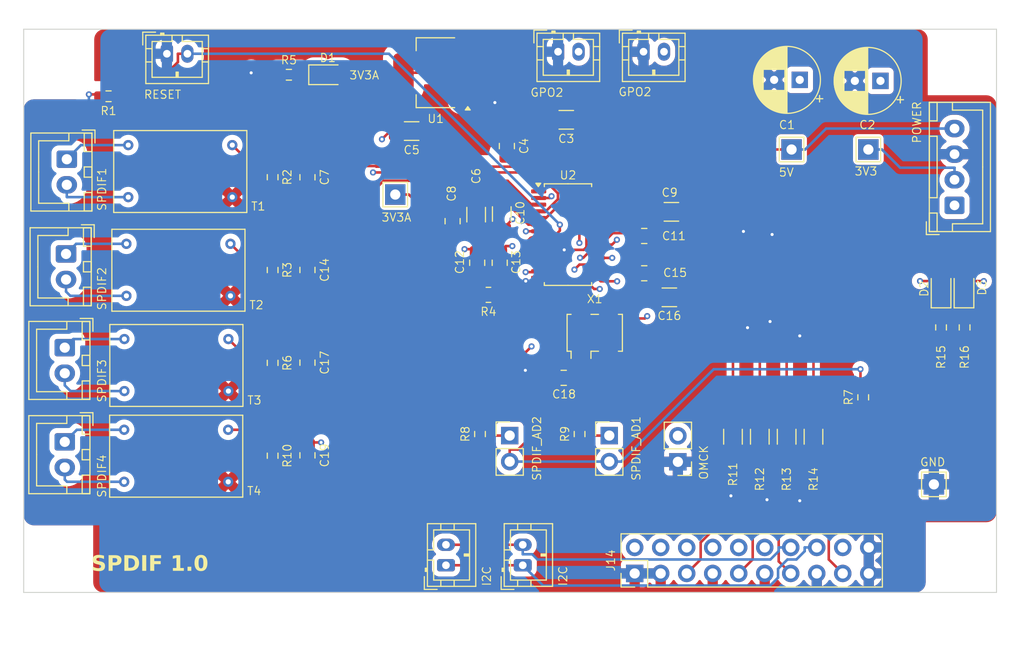
<source format=kicad_pcb>
(kicad_pcb (version 20240108) (generator "pcbnew") (generator_version "8.0")
  (layers (0 "F.Cu" signal) (1 "In1.Cu" mixed) (2 "In2.Cu" signal) (31 "B.Cu" mixed) (34 "B.Paste" user) (35 "F.Paste" user) (36 "B.SilkS" user "B.Silkscreen") (37 "F.SilkS" user "F.Silkscreen") (38 "B.Mask" user) (39 "F.Mask" user) (44 "Edge.Cuts" user))
  (net 0 "")
  (net 1 "AGND")
  (net 2 "GND")
  (net 3 "I2S_DATA")
  (net 4 "I2S_LRCLK")
  (net 5 "I2S_BCLK")
  (net 6 "I2S_SCLK")
  (net 7 "SCL")
  (net 8 "SDA")
  (net 9 "3V3")
  (net 10 "SPDIF3_IN")
  (net 11 "SPDIF3_GND")
  (net 12 "3V3A")
  (net 13 "RESET")
  (net 14 "SPDIF1_IN")
  (net 15 "SPDIF1_GND")
  (net 16 "SPDIF2_IN")
  (net 17 "SPDIF2_GND")
  (net 18 "5V")
  (net 19 "GPO0")
  (net 20 "OMCK")
  (net 21 "GPO1")
  (net 22 "FILT")
  (net 23 "Net-(U2-RXN)")
  (net 24 "Net-(C12-Pad2)")
  (net 25 "Net-(D1-K)")
  (net 27 "Net-(J8-Pin_1)")
  (net 28 "Net-(J9-Pin_1)")
  (net 34 "Net-(U2-SDOUT)")
  (net 35 "Net-(U2-RMCK)")
  (net 36 "SPDIF_1")
  (net 37 "Net-(T1-SB)")
  (net 38 "SPDIF4_GND")
  (net 39 "SPDIF4_IN")
  (net 40 "SPDIF_2")
  (net 41 "SPDIF_3")
  (net 42 "SPDIF_4")
  (net 43 "Net-(T2-SB)")
  (net 44 "Net-(T3-SB)")
  (net 45 "Net-(T4-SB)")
  (net 46 "Net-(U2-OSCLK)")
  (net 47 "Net-(U2-OLRCK)")
  (net 48 "Net-(D2-K)")
  (net 49 "Net-(D3-K)")
  (footprint "LED_SMD:LED_0805_2012Metric_Pad1.15x1.40mm_HandSolder" (layer "F.Cu") (at 142.6 136.1 90)
    (property "Reference" "D2")
    (property "Value" "BLUE")
  )
  (footprint "Resistor_SMD:R_0603_1608Metric_Pad0.98x0.95mm_HandSolder" (layer "F.Cu") (at 78.9125 115.2)
    (property "Reference" "R5")
    (property "Value" "75R")
  )
  (footprint "Connector_PinHeader_2.54mm:PinHeader_2x10_P2.54mm_Vertical" (layer "F.Cu") (at 112.68 163.9 90)
    (property "Reference" "J14")
    (property "Value" "Conn_02x10_Odd_Even")
  )
  (footprint "Capacitor_SMD:C_1206_3216Metric_Pad1.33x1.80mm_HandSolder" (layer "F.Cu") (at 116.0675 136.9367 180)
    (property "Reference" "C16")
    (property "Value" "10u")
  )
  (footprint "TestPoint:TestPoint_THTPad_2.0x2.0mm_Drill1.0mm" (layer "F.Cu") (at 135.5 122.5)
    (property "Reference" "TP3" (hide yes))
    (property "Value" "TestPoint")
  )
  (footprint "Package_TO_SOT_SMD:SOT-223-3_TabPin2" (layer "F.Cu") (at 93.25 115 180)
    (property "Reference" "U1")
    (property "Value" "ZLDO1117QG33TA")
  )
  (footprint "Connector_PinHeader_2.54mm:PinHeader_1x02_P2.54mm_Vertical" (layer "F.Cu") (at 116.9 153 180)
    (property "Reference" "J11" (hide yes))
    (property "Value" "Conn_01x02_Pin")
  )
  (footprint "TestPoint:TestPoint_THTPad_2.0x2.0mm_Drill1.0mm" (layer "F.Cu") (at 89.3 126.9)
    (property "Reference" "TP1" (hide yes))
    (property "Value" "TestPoint")
  )
  (footprint "Capacitor_SMD:C_1206_3216Metric_Pad1.33x1.80mm_HandSolder" (layer "F.Cu") (at 116.2675 128.5863 180)
    (property "Reference" "C9")
    (property "Value" "10u")
  )
  (footprint "Connector_JST:JST_XH_B2B-XH-A_1x02_P2.50mm_Vertical" (layer "F.Cu") (at 57.025 141.85 -90)
    (property "Reference" "J7" (hide yes))
    (property "Value" "Conn_01x02_Pin")
  )
  (footprint "Capacitor_SMD:C_0805_2012Metric_Pad1.18x1.45mm_HandSolder" (layer "F.Cu") (at 80.725 143.3154 -90)
    (property "Reference" "C17")
    (property "Value" "0.01u")
  )
  (footprint "Custom:DA101C" (layer "F.Cu") (at 67.925 143.55)
    (property "Reference" "T3")
    (property "Value" "DA101C")
  )
  (footprint "Custom:DA101C" (layer "F.Cu") (at 68.305 124.61)
    (property "Reference" "T1")
    (property "Value" "DA101C")
  )
  (footprint "Connector_JST:JST_XH_B2B-XH-A_1x02_P2.50mm_Vertical" (layer "F.Cu") (at 57.025 151.05 -90)
    (property "Reference" "J10" (hide yes))
    (property "Value" "Conn_01x02_Pin")
  )
  (footprint "Capacitor_SMD:C_0805_2012Metric_Pad1.18x1.45mm_HandSolder" (layer "F.Cu") (at 80.725 152.3668 -90)
    (property "Reference" "C19")
    (property "Value" "0.01u")
  )
  (footprint "Connector_JST:JST_XH_B4B-XH-A_1x04_P2.50mm_Vertical" (layer "F.Cu") (at 143.9137 127.955 90)
    (property "Reference" "J4" (hide yes))
    (property "Value" "CHANSEL" (hide yes))
  )
  (footprint "Package_SO:TSSOP-28_4.4x9.7mm_P0.65mm" (layer "F.Cu") (at 106.1675 130.8113)
    (property "Reference" "U2")
    (property "Value" "CS8416-xZZ")
  )
  (footprint "Resistor_SMD:R_0603_1608Metric_Pad0.98x0.95mm_HandSolder" (layer "F.Cu") (at 97.575 150.2875 90)
    (property "Reference" "R8")
    (property "Value" "47K")
  )
  (footprint "Capacitor_SMD:C_1206_3216Metric_Pad1.33x1.80mm_HandSolder" (layer "F.Cu") (at 106 119.6 180)
    (property "Reference" "C3")
    (property "Value" "10u")
  )
  (footprint "Capacitor_SMD:C_0805_2012Metric_Pad1.18x1.45mm_HandSolder" (layer "F.Cu") (at 97.3 133.5625 -90)
    (property "Reference" "C12")
    (property "Value" "22n C0G")
  )
  (footprint "Resistor_SMD:R_1206_3216Metric_Pad1.30x1.75mm_HandSolder" (layer "F.Cu") (at 122.2792 150.55 -90)
    (property "Reference" "R11")
    (property "Value" "22R")
  )
  (footprint "Resistor_SMD:R_0603_1608Metric_Pad0.98x0.95mm_HandSolder" (layer "F.Cu") (at 135 146.7 90)
    (property "Reference" "R7")
    (property "Value" "47K")
  )
  (footprint "Resistor_SMD:R_1206_3216Metric_Pad1.30x1.75mm_HandSolder" (layer "F.Cu") (at 127.5208 150.55 -90)
    (property "Reference" "R13")
    (property "Value" "22R")
  )
  (footprint "Capacitor_SMD:C_0805_2012Metric_Pad1.18x1.45mm_HandSolder" (layer "F.Cu") (at 94.9 129.5 90)
    (property "Reference" "C8")
    (property "Value" "1n")
  )
  (footprint "Custom:DA101C" (layer "F.Cu") (at 67.905 152.41)
    (property "Reference" "T4")
    (property "Value" "DA101C")
  )
  (footprint "Resistor_SMD:R_0603_1608Metric_Pad0.98x0.95mm_HandSolder" (layer "F.Cu") (at 61.3 117.3 180)
    (property "Reference" "R1")
    (property "Value" "4.7K")
  )
  (footprint "Resistor_SMD:R_0603_1608Metric_Pad0.98x0.95mm_HandSolder" (layer "F.Cu") (at 77.325 134.2708 -90)
    (property "Reference" "R3")
    (property "Value" "75R")
  )
  (footprint "Connector_JST:JST_XH_B2B-XH-A_1x02_P2.50mm_Vertical" (layer "F.Cu") (at 57.225 123.45 -90)
    (property "Reference" "J5" (hide yes))
    (property "Value" "Conn_01x02_Pin" (hide yes))
  )
  (footprint "MountingHole:MountingHole_3.2mm_M3" (layer "F.Cu") (at 145.5137 113.255)
    (property "Reference" "H2" (hide yes))
    (property "Value" "MountingHole" (hide yes))
  )
  (footprint "Connector_JST:JST_XH_B2B-XH-A_1x02_P2.50mm_Vertical" (layer "F.Cu") (at 57.15 132.7 -90)
    (property "Reference" "J6" (hide yes))
    (property "Value" "Conn_01x02_Pin")
  )
  (footprint "TestPoint:TestPoint_THTPad_2.0x2.0mm_Drill1.0mm" (layer "F.Cu") (at 141.9 155.2)
    (property "Reference" "TP4" (hide yes))
    (property "Value" "TestPoint")
  )
  (footprint "Connector_PinHeader_2.54mm:PinHeader_1x02_P2.54mm_Vertical" (layer "F.Cu") (at 100.475 150.4375)
    (property "Reference" "J8" (hide yes))
    (property "Value" "Conn_01x02_Pin")
  )
  (footprint "Resistor_SMD:R_0603_1608Metric_Pad0.98x0.95mm_HandSolder" (layer "F.Cu") (at 77.325 152.4042 -90)
    (property "Reference" "R10")
    (property "Value" "75R")
  )
  (footprint "Resistor_SMD:R_0603_1608Metric_Pad0.98x0.95mm_HandSolder" (layer "F.Cu") (at 144.9 139.875 90)
    (property "Reference" "R16")
    (property "Value" "325R")
  )
  (footprint "Resistor_SMD:R_0603_1608Metric_Pad0.98x0.95mm_HandSolder" (layer "F.Cu") (at 107.3 150.2875 90)
    (property "Reference" "R9")
    (property "Value" "47K")
  )
  (footprint "Capacitor_SMD:C_1206_3216Metric_Pad1.33x1.80mm_HandSolder" (layer "F.Cu") (at 90.9 120.7 180)
    (property "Reference" "C5")
    (property "Value" "10u")
  )
  (footprint "Resistor_SMD:R_1206_3216Metric_Pad1.30x1.75mm_HandSolder" (layer "F.Cu") (at 124.9 150.55 -90)
    (property "Reference" "R12")
    (property "Value" "22R")
  )
  (footprint "Capacitor_SMD:C_1206_3216Metric_Pad1.33x1.80mm_HandSolder" (layer "F.Cu") (at 97.2 128.8625 -90)
    (property "Reference" "C6")
    (property "Value" "10u")
  )
  (footprint "Connector_JST:JST_PH_B2B-PH-K_1x02_P2.00mm_Vertical" (layer "F.Cu") (at 94.25 163.1 90)
    (property "Reference" "J12" (hide yes))
    (property "Value" "Conn_01x02_Male")
  )
  (footprint "Resistor_SMD:R_0603_1608Metric_Pad0.98x0.95mm_HandSolder" (layer "F.Cu") (at 77.325 143.3375 -90)
    (property "Reference" "R6")
    (property "Value" "75R")
  )
  (footprint "Capacitor_SMD:C_0805_2012Metric" (layer "F.Cu") (at 113.6131 134.5863 180)
    (property "Reference" "C15")
    (property "Value" "0.01u")
  )
  (footprint "Capacitor_SMD:C_0805_2012Metric_Pad1.18x1.45mm_HandSolder" (layer "F.Cu") (at 80.725 125.2125 -90)
    (property "Reference" "C7")
    (property "Value" "0.01u")
  )
  (footprint "LED_SMD:LED_0805_2012Metric_Pad1.15x1.40mm_HandSolder" (layer "F.Cu") (at 144.84 136.1 90)
    (property "Reference" "D3")
    (property "Value" "YELLOW")
  )
  (footprint "Capacitor_SMD:C_0805_2012Metric" (layer "F.Cu") (at 113.6131 130.9454 180)
    (property "Reference" "C11")
    (property "Value" "0.01u")
  )
  (footprint "Capacitor_SMD:C_0805_2012Metric_Pad1.18x1.45mm_HandSolder" (layer "F.Cu") (at 99.5 133.5625 -90)
    (property "Reference" "C13")
    (property "Value" "1n C0G")
  )
  (footprint "Resistor_SMD:R_0603_1608Metric_Pad0.98x0.95mm_HandSolder" (layer "F.Cu") (at 142.6 139.875 90)
    (property "Reference" "R15")
    (property "Value" "500R")
  )
  (footprint "Connector_PinHeader_2.54mm:PinHeader_1x02_P2.54mm_Vertical" (layer "F.Cu") (at 110.2 150.4375)
    (property "Reference" "J9" (hide yes))
    (property "Value" "Conn_01x02_Pin")
  )
  (footprint "Resistor_SMD:R_0805_2012Metric_Pad1.20x1.40mm_HandSolder" (layer "F.Cu") (at 98.4 136.695 180)
    (property "Reference" "R4")
    (property "Value" "3K")
  )
  (footprint "Capacitor_SMD:C_0805_2012Metric_Pad1.18x1.45mm_HandSolder" (layer "F.Cu") (at 100.2 122.1625 -90)
    (property "Reference" "C4")
    (property "Value" "0.01u")
  )
  (footprint "Resistor_SMD:R_1206_3216Metric_Pad1.30x1.75mm_HandSolder" (layer "F.Cu") (at 130.1417 150.55 -90)
    (property "Reference" "R14")
    (property "Value" "22R")
  )
  (footprint "Capacitor_SMD:C_0805_2012Metric_Pad1.18x1.45mm_HandSolder" (layer "F.Cu") (at 80.725 134.2639 -90)
    (property "Reference" "C14")
    (property "Value" "0.01u")
  )
  (footprint "TestPoint:TestPoint_THTPad_2.0x2.0mm_Drill1.0mm" (layer "F.Cu") (at 128 122.5)
    (property "Reference" "TP2" (hide yes))
    (property "Value" "TestPoint")
  )
  (footprint "Capacitor_SMD:C_1206_3216Metric_Pad1.33x1.80mm_HandSolder" (layer "F.Cu") (at 99.7 128.8 90)
    (property "Reference" "C10")
    (property "Value" "0.01u")
  )
  (footprint "Capacitor_THT:CP_Radial_D6.3mm_P2.50mm" (layer "F.Cu") (at 136.6824 115.8 180)
    (property "Reference" "C2")
    (property "Value" "220u")
  )
  (footprint "LED_SMD:LED_0805_2012Metric_Pad1.15x1.40mm_HandSolder" (layer "F.Cu") (at 82.7125 115.2)
    (property "Reference" "D1")
    (property "Value" "BLUE")
  )
  (footprint "Connector_JST:JST_PH_B2B-PH-K_1x02_P2.00mm_Vertical" (layer "F.Cu") (at 105.2 112.95)
    (property "Reference" "J1" (hide yes))
    (property "Value" "Conn_01x02_Male")
  )
  (footprint "Connector_JST:JST_PH_B2B-PH-K_1x02_P2.00mm_Vertical" (layer "F.Cu") (at 67 113.15)
    (property "Reference" "J3" (hide yes))
    (property "Value" "Conn_01x02_Male")
  )
  (footprint "Capacitor_THT:CP_Radial_D6.3mm_P2.50mm" (layer "F.Cu") (at 128.8 115.7 180)
    (property "Reference" "C1")
    (property "Value" "220u")
  )
  (footprint "Oscillator:Oscillator_SMD_EuroQuartz_XO53-4Pin_5.0x3.2mm_HandSoldering" (layer "F.Cu") (at 108.78 140.4)
    (property "Reference" "X1")
    (property "Value" "DFA-S3")
  )
  (footprint "Capacitor_SMD:C_0805_2012Metric" (layer "F.Cu") (at 105.75 144.8 180)
    (property "Reference" "C18")
    (property "Value" "0.01u")
  )
  (footprint "Resistor_SMD:R_0603_1608Metric_Pad0.98x0.95mm_HandSolder" (layer "F.Cu") (at 77.325 125.2042 -90)
    (property "Reference" "R2")
    (property "Value" "75R")
  )
  (footprint "MountingHole:MountingHole_3.2mm_M3" (layer "F.Cu") (at 55.5137 113.255)
    (property "Reference" "H1" (hide yes))
    (property "Value" "MountingHole" (hide yes))
  )
  (footprint "Custom:DA101C" (layer "F.Cu") (at 68.125 134.25)
    (property "Reference" "T2")
    (property "Value" "DA101C")
  )
  (footprint "Connector_JST:JST_PH_B2B-PH-K_1x02_P2.00mm_Vertical" (layer "F.Cu") (at 101.75 163.1 90)
    (property "Reference" "J13" (hide yes))
    (property "Value" "Conn_01x02_Male" (hide yes))
  )
  (footprint "Connector_JST:JST_PH_B2B-PH-K_1x02_P2.00mm_Vertical" (layer "F.Cu") (at 113.5432 112.95)
    (property "Reference" "J2" (hide yes))
    (property "Value" "Conn_01x02_Male")
  )
  (footprint "MountingHole:MountingHole_3.2mm_M3" (layer "F.Cu") (at 145.5137 163.255)
    (property "Reference" "H4" (hide yes))
    (property "Value" "MountingHole" (hide yes))
  )
  (footprint "MountingHole:MountingHole_3.2mm_M3" (layer "F.Cu") (at 55.5137 163.255)
    (property "Reference" "H3" (hide yes))
    (property "Value" "MountingHole" (hide yes))
  )
  (gr_line (start 53.013748 110.755) (end 148.013748 110.755) (stroke (width 0.1)) (layer "Edge.Cuts"))
  (gr_line (start 148.013748 110.755) (end 148.013748 165.755) (stroke (width 0.1)) (layer "Edge.Cuts"))
  (gr_line (start 53.013748 165.755) (end 148.013748 165.755) (stroke (width 0.1)) (layer "Edge.Cuts"))
  (gr_line (start 53.013748 165.755) (end 53.013748 110.755) (stroke (width 0.1)) (layer "Edge.Cuts"))
  (gr_text "SPDIF3\n" (at 61.125 147.25 90) (layer "F.SilkS") (effects (font (size 0.8 0.8) (thickness 0.1) (bold yes)) (justify left bottom)))
  (gr_text "SPDIF_AD2" (at 103.6 154.9 90) (layer "F.SilkS") (effects (font (size 0.8 0.8) (thickness 0.1) (bold yes)) (justify left bottom)))
  (gr_text "GPO2\n" (at 111.043152 117.35 0) (layer "F.SilkS") (effects (font (size 0.8 0.8) (thickness 0.1) (bold yes)) (justify left bottom)))
  (gr_text "SPDIF1" (at 61.125 128.55 90) (layer "F.SilkS") (effects (font (size 0.8 0.8) (thickness 0.1) (bold yes)) (justify left bottom)))
  (gr_text "GPO2" (at 102.443152 117.405 0) (layer "F.SilkS") (effects (font (size 0.8 0.8) (thickness 0.1) (bold yes)) (justify left bottom)))
  (gr_text "SPDIF_AD1" (at 113.3 154.9 90) (layer "F.SilkS") (effects (font (size 0.8 0.8) (thickness 0.1) (bold yes)) (justify left bottom)))
  (gr_text "GND" (at 140.5 153.5 0) (layer "F.SilkS") (effects (font (size 0.8 0.8) (thickness 0.1) (bold yes)) (justify left bottom)))
  (gr_text "3V3A" (at 84.7575 115.715 0) (layer "F.SilkS") (effects (font (size 0.8 0.8) (thickness 0.1) (bold yes)) (justify left bottom)))
  (gr_text "RESET" (at 64.7 117.605 0) (layer "F.SilkS") (effects (font (size 0.8 0.8) (thickness 0.1) (bold yes)) (justify left bottom)))
  (gr_text "SPDIF4\n" (at 61.125 156.55 90) (layer "F.SilkS") (effects (font (size 0.8 0.8) (thickness 0.1) (bold yes)) (justify left bottom)))
  (gr_text "SPDIF 1.0" (at 59.6 163.9 0) (layer "F.SilkS") (effects (font (size 1.5 1.5) (thickness 0.3) (bold yes)) (justify left bottom)))
  (gr_text "OMCK" (at 119.9 154.8 90) (layer "F.SilkS") (effects (font (size 0.8 0.8) (thickness 0.1) (bold yes)) (justify left bottom)))
  (gr_text "3V3A" (at 87.9 129.6 0) (layer "F.SilkS") (effects (font (size 0.8 0.8) (thickness 0.1) (bold yes)) (justify left bottom)))
  (gr_text "5V\n" (at 126.7 125.2 0) (layer "F.SilkS") (effects (font (size 0.8 0.8) (thickness 0.1) (bold yes)) (justify left bottom)))
  (gr_text "SPDIF2" (at 61.125 138.25 90) (layer "F.SilkS") (effects (font (size 0.8 0.8) (thickness 0.1) (bold yes)) (justify left bottom)))
  (gr_text "POWER" (at 140.713748 121.955 90) (layer "F.SilkS") (effects (font (size 0.8 0.8) (thickness 0.1) (bold yes)) (justify left bottom)))
  (gr_text "I2C" (at 106.15 165.2 90) (layer "F.SilkS") (effects (font (size 0.8 0.8) (thickness 0.1) (bold yes)) (justify left bottom)))
  (gr_text "3V3\n" (at 134.1 125.1 0) (layer "F.SilkS") (effects (font (size 0.8 0.8) (thickness 0.1) (bold yes)) (justify left bottom)))
  (gr_text "I2C" (at 98.7 165.2 90) (layer "F.SilkS") (effects (font (size 0.8 0.8) (thickness 0.1) (bold yes)) (justify left bottom)))
  (segment (start 94.9 130.5375) (end 97.0875 130.5375) (width 0.25) (layer "F.Cu") (net 1))
  (segment (start 103.305 132.4363) (end 103.305 133.0863) (width 0.25) (layer "F.Cu") (net 1))
  (segment (start 91.3056 130.2255) (end 94.588 130.2255) (width 0.25) (layer "F.Cu") (net 1))
  (segment (start 100.0939 131.9311) (end 99.5 132.525) (width 0.25) (layer "F.Cu") (net 1))
  (segment (start 102.0573 130.4863) (end 103.305 130.4863) (width 0.25) (layer "F.Cu") (net 1))
  (segment (start 99.7 130.3625) (end 100.7646 129.2979) (width 0.25) (layer "F.Cu") (net 1))
  (segment (start 96.0632 132.2305) (end 97.0055 132.2305) (width 0.25) (layer "F.Cu") (net 1))
  (segment (start 97.0875 130.5375) (end 97.2 130.425) (width 0.25) (layer "F.Cu") (net 1))
  (segment (start 97.0055 132.2305) (end 97.3 132.525) (width 0.25) (layer "F.Cu") (net 1))
  (segment (start 103.2183 134.473) (end 103.305 134.3863) (width 0.25) (layer "F.Cu") (net 1))
  (segment (start 102.0311 134.473) (end 103.2183 134.473) (width 0.25) (layer "F.Cu") (net 1))
  (segment (start 100.7307 131.9311) (end 100.0939 131.9311) (width 0.25) (layer "F.Cu") (net 1))
  (segment (start 94.588 130.2255) (end 94.9 130.5375) (width 0.25) (layer "F.Cu") (net 1))
  (segment (start 103.305 133.7363) (end 103.305 134.3863) (width 0.25) (layer "F.Cu") (net 1))
  (segment (start 103.305 133.0863) (end 103.305 133.7363) (width 0.25) (layer "F.Cu") (net 1))
  (via (at 102.0311 134.473) (size 0.6) (drill 0.3) (layers "F.Cu" "B.Cu") (net 1))
  (via (at 102.0573 130.4863) (size 0.6) (drill 0.3) (layers "F.Cu" "B.Cu") (net 1))
  (via (at 100.7646 129.2979) (size 0.6) (drill 0.3) (layers "F.Cu" "B.Cu") (net 1))
  (via (at 100.7307 131.9311) (size 0.6) (drill 0.3) (layers "F.Cu" "B.Cu") (net 1))
  (via (at 96.0632 132.2305) (size 0.6) (drill 0.3) (layers "F.Cu" "B.Cu") (net 1))
  (segment (start 102.0029 144.0652) (end 104.0652 144.0652) (width 0.25) (layer "F.Cu") (net 2))
  (segment (start 109.03 130.4863) (end 108.292501 130.4863) (width 0.25) (layer "F.Cu") (net 2))
  (segment (start 75.227 115.0122) (end 77.8122 115.0122) (width 0.25) (layer "F.Cu") (net 2))
  (segment (start 77.8122 115.0122) (end 78 115.2) (width 0.25) (layer "F.Cu") (net 2))
  (segment (start 102.0399 135.3493) (end 102.992 135.3493) (width 0.25) (layer "F.Cu") (net 2))
  (segment (start 107.9675 130.811301) (end 107.9675 132.0325) (width 0.25) (layer "F.Cu") (net 2))
  (segment (start 97.0175 117.9175) (end 96.4 117.3) (width 0.25) (layer "F.Cu") (net 2))
  (segment (start 107.7 132.3) (end 105.8 132.3) (width 0.25) (layer "F.Cu") (net 2))
  (segment (start 59.3815 117.1204) (end 60.2079 117.1204) (width 0.25) (layer "F.Cu") (net 2))
  (segment (start 99.0278 117.9175) (end 97.0175 117.9175) (width 0.25) (layer "F.Cu") (net 2))
  (segment (start 102.992 135.3493) (end 103.305 135.0363) (width 0.25) (layer "F.Cu") (net 2))
  (segment (start 108.292501 130.4863) (end 107.9675 130.811301) (width 0.25) (layer "F.Cu") (net 2))
  (segment (start 60.2079 117.1204) (end 60.3875 117.3) (width 0.25) (layer "F.Cu") (net 2))
  (segment (start 107.9675 132.0325) (end 107.7 132.3) (width 0.25) (layer "F.Cu") (net 2))
  (segment (start 104.0652 144.0652) (end 104.8 144.8) (width 0.25) (layer "F.Cu") (net 2))
  (via (at 123.7 139.9) (size 0.6) (drill 0.3) (layers "F.Cu" "B.Cu") (net 2))
  (via (at 99.0278 117.9175) (size 0.6) (drill 0.3) (layers "F.Cu" "B.Cu") (net 2))
  (via (at 75.227 115.0122) (size 0.6) (drill 0.3) (layers "F.Cu" "B.Cu") (net 2))
  (via (at 59.3815 117.1204) (size 0.6) (drill 0.3) (layers "F.Cu" "B.Cu") (net 2))
  (via (at 105.8 132.3) (size 0.6) (drill 0.3) (layers "F.Cu" "B.Cu") (net 2))
  (via (at 123.3 130.5) (size 0.6) (drill 0.3) (layers "F.Cu" "B.Cu") (net 2))
  (via (at 125.6 156.7) (size 0.6) (drill 0.3) (layers "F.Cu" "B.Cu") (net 2))
  (via (at 122.077 156.321) (size 0.6) (drill 0.3) (layers "F.Cu" "B.Cu") (net 2))
  (via (at 102.0029 144.0652) (size 0.6) (drill 0.3) (layers "F.Cu" "B.Cu") (net 2))
  (via (at 128.8 156.8) (size 0.6) (drill 0.3) (layers "F.Cu" "B.Cu") (net 2))
  (via (at 102.0399 135.3493) (size 0.6) (drill 0.3) (layers "F.Cu" "B.Cu") (net 2))
  (via (at 128.8 140.7) (size 0.6) (drill 0.3) (layers "F.Cu" "B.Cu") (net 2))
  (via (at 126.1 130.8) (size 0.6) (drill 0.3) (layers "F.Cu" "B.Cu") (net 2))
  (via (at 125.9 139.3) (size 0.6) (drill 0.3) (layers "F.Cu" "B.Cu") (net 2))
  (segment (start 59.3815 118.3535) (end 59.3815 117.1204) (width 0.25) (layer "B.Cu") (net 2))
  (segment (start 130.142 152.1) (end 130.8885 152.8465) (width 0.25) (layer "F.Cu") (net 3))
  (segment (start 130.8882 152.8465) (end 130.1417 152.1) (width 0.25) (layer "F.Cu") (net 3))
  (segment (start 130.8885 152.8465) (end 131.635 153.593) (width 0.25) (layer "F.Cu") (net 3))
  (segment (start 130.8885 152.8465) (end 130.8882 152.8465) (width 0.25) (layer "F.Cu") (net 3))
  (segment (start 131.635 162.535) (end 133 163.9) (width 0.25) (layer "F.Cu") (net 3))
  (segment (start 131.635 153.593) (end 131.635 162.535) (width 0.25) (layer "F.Cu") (net 3))
  (segment (start 126.745 152.876) (end 126.745 162.725) (width 0.25) (layer "F.Cu") (net 4))
  (segment (start 127.5208 152.1002) (end 127.5208 152.1) (width 0.25) (layer "F.Cu") (net 4))
  (segment (start 126.745 162.725) (end 127.92 163.9) (width 0.25) (layer "F.Cu") (net 4))
  (segment (start 127.5208 152.1002) (end 126.745 152.876) (width 0.25) (layer "F.Cu") (net 4))
  (segment (start 127.521 152.1) (end 127.5208 152.1002) (width 0.25) (layer "F.Cu") (net 4))
  (segment (start 124.9 152.1) (end 124.205 152.795) (width 0.25) (layer "F.Cu") (net 5))
  (segment (start 124.205 152.795) (end 124.205 162.535) (width 0.25) (layer "F.Cu") (net 5))
  (segment (start 124.205 162.535) (end 122.84 163.9) (width 0.25) (layer "F.Cu") (net 5))
  (segment (start 121.5895 152.7895) (end 120.9 153.479) (width 0.25) (layer "F.Cu") (net 6))
  (segment (start 121.5895 152.7895) (end 121.5897 152.7895) (width 0.25) (layer "F.Cu") (net 6))
  (segment (start 119.125 160.873) (end 119.125 162.535) (width 0.25) (layer "F.Cu") (net 6))
  (segment (start 120.9 153.479) (end 120.9 159.098) (width 0.25) (layer "F.Cu") (net 6))
  (segment (start 122.279 152.1) (end 121.5895 152.7895) (width 0.25) (layer "F.Cu") (net 6))
  (segment (start 121.5897 152.7895) (end 122.2792 152.1) (width 0.25) (layer "F.Cu") (net 6))
  (segment (start 120.9 159.098) (end 119.125 160.873) (width 0.25) (layer "F.Cu") (net 6))
  (segment (start 119.125 162.535) (end 117.76 163.9) (width 0.25) (layer "F.Cu") (net 6))
  (segment (start 108.7185 136.1207) (end 109.2655 136.1207) (width 0.25) (layer "F.Cu") (net 7))
  (segment (start 107.9654 135.3676) (end 108.7185 136.1207) (width 0.25) (layer "F.Cu") (net 7))
  (segment (start 109.03 134.3863) (end 108.312 134.3863) (width 0.25) (layer "F.Cu") (net 7))
  (segment (start 107.9654 134.7329) (end 107.9654 135.3676) (width 0.25) (layer "F.Cu") (net 7))
  (segment (start 101.75 163.1) (end 94.25 163.1) (width 0.25) (layer "F.Cu") (net 7))
  (segment (start 108.312 134.3863) (end 107.9654 134.7329) (width 0.25) (layer "F.Cu") (net 7))
  (via (at 109.2655 136.1207) (size 0.6) (drill 0.3) (layers "F.Cu" "B.Cu") (net 7))
  (segment (start 127.5989 162.5367) (end 128.4744 162.5367) (width 0.25) (layer "B.Cu") (net 7))
  (segment (start 129.2833 161.7278) (end 129.2833 161.36) (width 0.25) (layer "B.Cu") (net 7))
  (segment (start 101.75 163.1) (end 103.7328 165.0828) (width 0.25) (layer "B.Cu") (net 7))
  (segment (start 128.4744 162.5367) (end 129.2833 161.7278) (width 0.25) (layer "B.Cu") (net 7))
  (segment (start 125.9086 165.0828) (end 126.6829 164.3085) (width 0.25) (layer "B.Cu") (net 7))
  (segment (start 130.46 161.36) (end 129.2833 161.36) (width 0.25) (layer "B.Cu") (net 7))
  (segment (start 126.6829 164.3085) (end 126.6829 163.4527) (width 0.25) (layer "B.Cu") (net 7))
  (segment (start 103.7328 165.0828) (end 125.9086 165.0828) (width 0.25) (layer "B.Cu") (net 7))
  (segment (start 126.6829 163.4527) (end 127.5989 162.5367) (width 0.25) (layer "B.Cu") (net 7))
  (segment (start 107.2917 133.7363) (end 106.7976 134.2304) (width 0.25) (layer "F.Cu") (net 8))
  (segment (start 109.03 133.7363) (end 107.2917 133.7363) (width 0.25) (layer "F.Cu") (net 8))
  (segment (start 101.75 161.1) (end 94.25 161.1) (width 0.25) (layer "F.Cu") (net 8))
  (via (at 106.7976 134.2304) (size 0.6) (drill 0.3) (layers "F.Cu" "B.Cu") (net 8))
  (segment (start 125.9344 162.5367) (end 126.7433 161.7278) (width 0.25) (layer "B.Cu") (net 8))
  (segment (start 103.1867 162.5367) (end 125.9344 162.5367) (width 0.25) (layer "B.Cu") (net 8))
  (segment (start 101.75 161.1) (end 101.75 162.0267) (width 0.25) (layer "B.Cu") (net 8))
  (segment (start 126.7433 161.7278) (end 126.7433 161.36) (width 0.25) (layer "B.Cu") (net 8))
  (segment (start 101.75 162.0267) (end 102.6767 162.0267) (width 0.25) (layer "B.Cu") (net 8))
  (segment (start 127.92 161.36) (end 126.7433 161.36) (width 0.25) (layer "B.Cu") (net 8))
  (segment (start 102.6767 162.0267) (end 103.1867 162.5367) (width 0.25) (layer "B.Cu") (net 8))
  (segment (start 135 145.7875) (end 134.729 145.5165) (width 0.25) (layer "F.Cu") (net 9))
  (segment (start 106.7 143.7667) (end 106.7 144.8) (width 0.25) (layer "F.Cu") (net 9))
  (segment (start 112.6631 130.9454) (end 112.6631 134.5863) (width 0.25) (layer "F.Cu") (net 9))
  (segment (start 107.44 141.8) (end 107.44 143.0267) (width 0.25) (layer "F.Cu") (net 9))
  (segment (start 107.44 143.0267) (end 106.7 143.7667) (width 0.25) (layer "F.Cu") (net 9))
  (segment (start 109.03 129.8363) (end 109.8033 129.8363) (width 0.25) (layer "F.Cu") (net 9))
  (segment (start 110.0003 136.9367) (end 112.6631 136.9367) (width 0.25) (layer "F.Cu") (net 9))
  (segment (start 106.7 144.8) (end 106.7 146.3848) (width 0.25) (layer "F.Cu") (net 9))
  (segment (start 110.5372 130.6668) (end 110.0677 131.1363) (width 0.25) (layer "F.Cu") (net 9))
  (segment (start 134.729 145.5165) (end 134.729 143.9558) (width 0.25) (layer "F.Cu") (net 9))
  (segment (start 109.8033 129.8363) (end 110.5372 130.5702) (width 0.25) (layer "F.Cu") (net 9))
  (segment (start 107.44 139) (end 108.5367 139) (width 0.25) (layer "F.Cu") (net 9))
  (segment (start 112.6631 136.9367) (end 114.505 136.9367) (width 0.25) (layer "F.Cu") (net 9))
  (segment (start 106.7 146.3848) (end 101.284 151.8008) (width 0.25) (layer "F.Cu") (net 9))
  (segment (start 146.7725 135.3493) (end 145.1143 135.3493) (width 0.25) (layer "F.Cu") (net 9))
  (segment (start 100.475 152.9775) (end 100.475 151.8008) (width 0.25) (layer "F.Cu") (net 9))
  (segment (start 112.5045 130.7868) (end 114.705 128.5863) (width 0.25) (layer "F.Cu") (net 9))
  (segment (start 107.44 139) (end 107.44 141.8) (width 0.25) (layer "F.Cu") (net 9))
  (segment (start 110.0677 131.1363) (end 109.03 131.1363) (width 0.25) (layer "F.Cu") (net 9))
  (segment (start 112.6631 134.5863) (end 112.6631 136.9367) (width 0.25) (layer "F.Cu") (net 9))
  (segment (start 110.5372 130.5702) (end 110.5372 130.6668) (width 0.25) (layer "F.Cu") (net 9))
  (segment (start 112.3845 130.6668) (end 110.5372 130.6668) (width 0.25) (layer "F.Cu") (net 9))
  (segment (start 108.5367 138.4003) (end 110.0003 136.9367) (width 0.25) (layer "F.Cu") (net 9))
  (segment (start 108.5367 139) (end 108.5367 138.4003) (width 0.25) (layer "F.Cu") (net 9))
  (segment (start 145.1143 135.3493) (end 144.84 135.075) (width 0.25) (layer "F.Cu") (net 9))
  (segment (start 101.284 151.8008) (end 100.475 151.8008) (width 0.25) (layer "F.Cu") (net 9))
  (segment (start 112.6631 130.9454) (end 112.5045 130.7868) (width 0.25) (layer "F.Cu") (net 9))
  (segment (start 112.5045 130.7868) (end 112.3845 130.6668) (width 0.25) (layer "F.Cu") (net 9))
  (via (at 134.729 143.9558) (size 0.6) (drill 0.3) (layers "F.Cu" "B.Cu") (net 9))
  (via (at 146.7725 135.3493) (size 0.6) (drill 0.3) (layers "F.Cu" "B.Cu") (net 9))
  (segment (start 110.2 152.9775) (end 111.3767 152.9775) (width 0.25) (layer "B.Cu") (net 9))
  (segment (start 138.605 124.2783) (end 136.8267 122.5) (width 0.25) (layer "B.Cu") (net 9))
  (segment (start 135.5 122.5) (end 136.8267 122.5) (width 0.25) (layer "B.Cu") (net 9))
  (segment (start 111.3767 152.9775) (end 120.3984 143.9558) (width 0.25) (layer "B.Cu") (net 9))
  (segment (start 120.3984 143.9558) (end 134.729 143.9558) (width 0.25) (layer "B.Cu") (net 9))
  (segment (start 143.9137 125.455) (end 143.9137 124.2783) (width 0.25) (layer "B.Cu") (net 9))
  (segment (start 100.475 152.9775) (end 110.2 152.9775) (width 0.25) (layer "B.Cu") (net 9))
  (segment (start 143.9137 124.2783) (end 138.605 124.2783) (width 0.25) (layer "B.Cu") (net 9))
  (segment (start 57.865 141.01) (end 57.025 141.85) (width 0.25) (layer "B.Cu") (net 10))
  (segment (start 62.845 141.01) (end 57.865 141.01) (width 0.25) (layer "B.Cu") (net 10))
  (segment (start 62.845 146.09) (end 57.5883 146.09) (width 0.25) (layer "B.Cu") (net 11))
  (segment (start 57.5883 146.09) (end 57.025 145.5267) (width 0.25) (layer "B.Cu") (net 11))
  (segment (start 57.025 144.35) (end 57.025 145.5267) (width 0.25) (layer "B.Cu") (net 11))
  (segment (start 89.2375 115.2) (end 89.9 115.2) (width 0.25) (layer "F.Cu") (net 12))
  (segment (start 97.2 127.3) (end 95.4812 127.3) (width 0.25) (layer "F.Cu") (net 12))
  (segment (start 91.6079 127.8812) (end 90.6267 126.9) (width 0.25) (layer "F.Cu") (net 12))
  (segment (start 94.9 127.8812) (end 91.6079 127.8812) (width 0.25) (layer "F.Cu") (net 12))
  (segment (start 102.2988 129.8363) (end 103.305 129.8363) (width 0.25) (layer "F.Cu") (net 12))
  (segment (start 83.7375 115.2) (end 89.2375 115.2) (width 0.25) (layer "F.Cu") (net 12))
  (segment (start 97.2 127.3) (end 97.2625 127.2375) (width 0.25) (layer "F.Cu") (net 12))
  (segment (start 89.2375 115.2) (end 89.2375 120.2625) (width 0.25) (layer "F.Cu") (net 12))
  (segment (start 89.2375 120.2625) (end 88 121.5) (width 0.25) (layer "F.Cu") (net 12))
  (segment (start 97.2625 127.2375) (end 99.7 127.2375) (width 0.25) (layer "F.Cu") (net 12))
  (segment (start 89.3 126.9) (end 90.6267 126.9) (width 0.25) (layer "F.Cu") (net 12))
  (segment (start 89.9 115.2) (end 90.1 115) (width 0.25) (layer "F.Cu") (net 12))
  (segment (start 95.4812 127.3) (end 94.9 127.8812) (width 0.25) (layer "F.Cu") (net 12))
  (segment (start 94.9 127.8812) (end 94.9 128.4625) (width 0.25) (layer "F.Cu") (net 12))
  (segment (start 99.7 127.2375) (end 102.2988 129.8363) (width 0.25) (layer "F.Cu") (net 12))
  (segment (start 90.1 115) (end 96.4 115) (width 0.25) (layer "F.Cu") (net 12))
  (via (at 88 121.5) (size 0.6) (drill 0.3) (layers "F.Cu" "B.Cu") (net 12))
  (segment (start 68.0733 113.15) (end 68.0733 113.9609) (width 0.25) (layer "F.Cu") (net 13))
  (segment (start 68.0733 113.9609) (end 64.7342 117.3) (width 0.25) (layer "F.Cu") (net 13))
  (segment (start 105.3717 130.4303) (end 104.0157 131.7863) (width 0.25) (layer "F.Cu") (net 13))
  (segment (start 104.0157 131.7863) (end 103.305 131.7863) (width 0.25) (layer "F.Cu") (net 13))
  (segment (start 69 113.15) (end 68.0733 113.15) (width 0.25) (layer "F.Cu") (net 13))
  (segment (start 64.7342 117.3) (end 62.2125 117.3) (width 0.25) (layer "F.Cu") (net 13))
  (segment (start 105.3717 129.8407) (end 105.3717 130.4303) (width 0.25) (layer "F.Cu") (net 13))
  (via (at 105.3717 129.8407) (size 0.6) (drill 0.3) (layers "F.Cu" "B.Cu") (net 13))
  (segment (start 69 113.15) (end 88.681 113.15) (width 0.25) (layer "B.Cu") (net 13))
  (segment (start 88.681 113.15) (end 105.3717 129.8407) (width 0.25) (layer "B.Cu") (net 13))
  (segment (start 63.225 122.07) (end 58.605 122.07) (width 0.25) (layer "B.Cu") (net 14))
  (segment (start 58.605 122.07) (end 57.225 123.45) (width 0.25) (layer "B.Cu") (net 14))
  (segment (start 63.225 127.15) (end 57.2483 127.15) (width 0.25) (layer "B.Cu") (net 15))
  (segment (start 57.225 125.95) (end 57.225 127.1267) (width 0.25) (layer "B.Cu") (net 15))
  (segment (start 57.2483 127.15) (end 57.225 127.1267) (width 0.25) (layer "B.Cu") (net 15))
  (segment (start 58.14 131.71) (end 57.15 132.7) (width 0.25) (layer "B.Cu") (net 16))
  (segment (start 63.045 131.71) (end 58.14 131.71) (width 0.25) (layer "B.Cu") (net 16))
  (segment (start 57.5633 136.79) (end 57.15 136.3767) (width 0.25) (layer "B.Cu") (net 17))
  (segment (start 63.045 136.79) (end 57.5633 136.79) (width 0.25) (layer "B.Cu") (net 17))
  (segment (start 57.15 135.2) (end 57.15 136.3767) (width 0.25) (layer "B.Cu") (net 17))
  (segment (start 104.4375 119.6) (end 107.3375 122.5) (width 0.25) (layer "F.Cu") (net 18))
  (segment (start 140.5453 135.3493) (end 142.3257 135.3493) (width 0.25) (layer "F.Cu") (net 18))
  (segment (start 97.5375 112.7) (end 104.4375 119.6) (width 0.25) (layer "F.Cu") (net 18))
  (segment (start 107.3375 122.5) (end 128 122.5) (width 0.25) (layer "F.Cu") (net 18))
  (segment (start 142.3257 135.3493) (end 142.6 135.075) (width 0.25) (layer "F.Cu") (net 18))
  (segment (start 96.4 112.7) (end 97.5375 112.7) (width 0.25) (layer "F.Cu") (net 18))
  (via (at 140.5453 135.3493) (size 0.6) (drill 0.3) (layers "F.Cu" "B.Cu") (net 18))
  (segment (start 128 122.5) (end 129.3267 122.5) (width 0.25) (layer "B.Cu") (net 18))
  (segment (start 131.3717 120.455) (end 129.3267 122.5) (width 0.25) (layer "B.Cu") (net 18))
  (segment (start 143.9137 120.455) (end 131.3717 120.455) (width 0.25) (layer "B.Cu") (net 18))
  (segment (start 110.943 131.3146) (end 110.4713 131.7863) (width 0.25) (layer "F.Cu") (net 19))
  (segment (start 110.4713 131.7863) (end 109.03 131.7863) (width 0.25) (layer "F.Cu") (net 19))
  (via (at 110.943 131.3146) (size 0.6) (drill 0.3) (layers "F.Cu" "B.Cu") (net 19))
  (segment (start 109.03 128.5363) (end 108.292 128.5363) (width 0.25) (layer "F.Cu") (net 20))
  (segment (start 110.12 139) (end 113.6758 139) (width 0.25) (layer "F.Cu") (net 20))
  (segment (start 108.292 128.5363) (end 107.281352 129.546948) (width 0.25) (layer "F.Cu") (net 20))
  (segment (start 113.6758 139) (end 113.9033 138.7725) (width 0.25) (layer "F.Cu") (net 20))
  (segment (start 107.281352 129.546948) (end 107.281352 131.625) (width 0.25) (layer "F.Cu") (net 20))
  (via (at 107.281352 131.625) (size 0.6) (drill 0.3) (layers "F.Cu" "B.Cu") (net 20))
  (via (at 113.9033 138.7725) (size 0.6) (drill 0.3) (layers "F.Cu" "B.Cu") (net 20))
  (segment (start 109.03 132.4363) (end 108.292501 132.4363) (width 0.25) (layer "F.Cu") (net 21))
  (segment (start 108.292501 132.4363) (end 107.653801 133.075) (width 0.25) (layer "F.Cu") (net 21))
  (segment (start 107.653801 133.075) (end 107.344175 133.075) (width 0.25) (layer "F.Cu") (net 21))
  (via (at 107.344175 133.075) (size 0.6) (drill 0.3) (layers "F.Cu" "B.Cu") (net 21))
  (segment (start 99.4 136.695) (end 99.5 136.595) (width 0.25) (layer "F.Cu") (net 22))
  (segment (start 101.8352 132.2648) (end 101.8352 131.817) (width 0.25) (layer "F.Cu") (net 22))
  (segment (start 99.5 136.595) (end 99.5 134.6) (width 0.25) (layer "F.Cu") (net 22))
  (segment (start 99.5 134.6) (end 101.8352 132.2648) (width 0.25) (layer "F.Cu") (net 22))
  (segment (start 102.5159 131.1363) (end 103.305 131.1363) (width 0.25) (layer "F.Cu") (net 22))
  (segment (start 101.8352 131.817) (end 102.5159 131.1363) (width 0.25) (layer "F.Cu") (net 22))
  (segment (start 105.6373 126.5608) (end 102.2765 123.2) (width 0.25) (layer "F.Cu") (net 23))
  (segment (start 105.6373 127.568) (end 105.6373 126.5608) (width 0.25) (layer "F.Cu") (net 23))
  (segment (start 102.2765 123.2) (end 100.2 123.2) (width 0.25) (layer "F.Cu") (net 23))
  (segment (start 103.305 129.1863) (end 104.019 129.1863) (width 0.25) (layer "F.Cu") (net 23))
  (segment (start 104.019 129.1863) (end 105.6373 127.568) (width 0.25) (layer "F.Cu") (net 23))
  (segment (start 97.3 136.595) (end 97.3 134.6) (width 0.25) (layer "F.Cu") (net 24))
  (segment (start 97.4 136.695) (end 97.3 136.595) (width 0.25) (layer "F.Cu") (net 24))
  (segment (start 81.6875 115.2) (end 79.825 115.2) (width 0.25) (layer "F.Cu") (net 25))
  (segment (start 98.3375 150.4375) (end 97.575 151.2) (width 0.25) (layer "F.Cu") (net 27))
  (segment (start 110.4841 133.0863) (end 109.03 133.0863) (width 0.25) (layer "F.Cu") (net 27))
  (segment (start 100.475 150.4375) (end 98.3375 150.4375) (width 0.25) (layer "F.Cu") (net 27))
  (via (at 110.4841 133.0863) (size 0.6) (drill 0.3) (layers "F.Cu" "B.Cu") (net 27))
  (segment (start 108.0625 150.4375) (end 107.3 151.2) (width 0.25) (layer "F.Cu") (net 28))
  (segment (start 109.363 135.3693) (end 109.03 135.0363) (width 0.25) (layer "F.Cu") (net 28))
  (segment (start 110.2 150.4375) (end 108.0625 150.4375) (width 0.25) (layer "F.Cu") (net 28))
  (segment (start 110.965 135.3693) (end 109.363 135.3693) (width 0.25) (layer "F.Cu") (net 28))
  (via (at 110.965 135.3693) (size 0.6) (drill 0.3) (layers "F.Cu" "B.Cu") (net 28))
  (segment (start 130.142 145.05) (end 130.1417 145.0503) (width 0.25) (layer "F.Cu") (net 34))
  (segment (start 107.9 125.9) (end 108.3 125.5) (width 0.25) (layer "F.Cu") (net 34))
  (segment (start 108.293 127.886) (end 107.9 127.494) (width 0.25) (layer "F.Cu") (net 34))
  (segment (start 109.03 127.886) (end 109.0297 127.886) (width 0.25) (layer "F.Cu") (net 34))
  (segment (start 108.3 125.5) (end 124.8 125.5) (width 0.25) (layer "F.Cu") (net 34))
  (segment (start 130.142 130.842) (end 130.142 145.05) (width 0.25) (layer "F.Cu") (net 34))
  (segment (start 135 147.6125) (end 130.142 147.6125) (width 0.25) (layer "F.Cu") (net 34))
  (segment (start 124.8 125.5) (end 130.142 130.842) (width 0.25) (layer "F.Cu") (net 34))
  (segment (start 130.142 145.05) (end 130.142 147.6125) (width 0.25) (layer "F.Cu") (net 34))
  (segment (start 109.0297 127.886) (end 108.293 127.886) (width 0.25) (layer "F.Cu") (net 34))
  (segment (start 130.142 147.6125) (end 130.142 149) (width 0.25) (layer "F.Cu") (net 34))
  (segment (start 109.0297 127.886) (end 109.03 127.8863) (width 0.25) (layer "F.Cu") (net 34))
  (segment (start 107.9 127.494) (end 107.9 125.9) (width 0.25) (layer "F.Cu") (net 34))
  (segment (start 130.1417 145.0503) (end 130.1417 149) (width 0.25) (layer "F.Cu") (net 34))
  (segment (start 121.279 135.343) (end 121.279 135.223) (width 0.25) (layer "F.Cu") (net 35))
  (segment (start 122.279 144.65) (end 122.2792 144.6502) (width 0.25) (layer "F.Cu") (net 35))
  (segment (start 122.279 135.823) (end 122.039 135.583) (width 0.25) (layer "F.Cu") (net 35))
  (segment (start 121.519 133.183) (end 121.279 132.943) (width 0.25) (layer "F.Cu") (net 35))
  (segment (start 121.519 134.983) (end 123.039 134.983) (width 0.25) (layer "F.Cu") (net 35))
  (segment (start 114.047 127.361) (end 112.222 129.186) (width 0.25) (layer "F.Cu") (net 35))
  (segment (start 122.279 144.65) (end 122.279 135.823) (width 0.25) (layer "F.Cu") (net 35))
  (segment (start 122.039 135.583) (end 121.519 135.583) (width 0.25) (layer "F.Cu") (net 35))
  (segment (start 122.2792 144.6502) (end 122.2792 149) (width 0.25) (layer "F.Cu") (net 35))
  (segment (start 123.039 132.583) (end 123.279 132.343) (width 0.25) (layer "F.Cu") (net 35))
  (segment (start 118.961 127.361) (end 114.047 127.361) (width 0.25) (layer "F.Cu") (net 35))
  (segment (start 123.279 132.343) (end 123.279 132.223) (width 0.25) (layer "F.Cu") (net 35))
  (segment (start 121.279 134.023) (end 121.519 133.783) (width 0.25) (layer "F.Cu") (net 35))
  (segment (start 121.519 132.583) (end 123.039 132.583) (width 0.25) (layer "F.Cu") (net 35))
  (segment (start 121.279 132.943) (end 121.279 132.823) (width 0.25) (layer "F.Cu") (net 35))
  (segment (start 121.519 131.383) (end 122.039 131.383) (width 0.25) (layer "F.Cu") (net 35))
  (segment (start 112.222 129.186) (end 109.0303 129.186) (width 0.25) (layer "F.Cu") (net 35))
  (segment (start 121.279 134.143) (end 121.279 134.023) (width 0.25) (layer "F.Cu") (net 35))
  (segment (start 122.279 131.143) (end 122.279 130.679) (width 0.25) (layer "F.Cu") (net 35))
  (segment (start 121.519 133.783) (end 123.039 133.783) (width 0.25) (layer "F.Cu") (net 35))
  (segment (start 122.279 130.679) (end 118.961 127.361) (width 0.25) (layer "F.Cu") (net 35))
  (segment (start 121.279 131.743) (end 121.279 131.623) (width 0.25) (layer "F.Cu") (net 35))
  (segment (start 123.039 134.383) (end 121.519 134.383) (width 0.25) (layer "F.Cu") (net 35))
  (segment (start 123.039 134.983) (end 123.279 134.743) (width 0.25) (layer "F.Cu") (net 35))
  (segment (start 123.039 133.183) (end 121.519 133.183) (width 0.25) (layer "F.Cu") (net 35))
  (segment (start 123.279 133.423) (end 123.039 133.183) (width 0.25) (layer "F.Cu") (net 35))
  (segment (start 123.279 134.623) (end 123.039 134.383) (width 0.25) (layer "F.Cu") (net 35))
  (segment (start 121.519 135.583) (end 121.279 135.343) (width 0.25) (layer "F.Cu") (net 35))
  (segment (start 109.0303 129.186) (end 109.03 129.186) (width 0.25) (layer "F.Cu") (net 35))
  (segment (start 121.279 131.623) (end 121.519 131.383) (width 0.25) (layer "F.Cu") (net 35))
  (segment (start 123.279 133.543) (end 123.279 133.423) (width 0.25) (layer "F.Cu") (net 35))
  (segment (start 109.0303 129.186) (end 109.03 129.1863) (width 0.25) (layer "F.Cu") (net 35))
  (segment (start 121.279 132.823) (end 121.519 132.583) (width 0.25) (layer "F.Cu") (net 35))
  (segment (start 123.039 133.783) (end 123.279 133.543) (width 0.25) (layer "F.Cu") (net 35))
  (segment (start 123.279 132.223) (end 123.039 131.983) (width 0.25) (layer "F.Cu") (net 35))
  (segment (start 122.039 131.383) (end 122.279 131.143) (width 0.25) (layer "F.Cu") (net 35))
  (segment (start 122.279 149) (end 122.279 144.65) (width 0.25) (layer "F.Cu") (net 35))
  (segment (start 123.039 131.983) (end 121.519 131.983) (width 0.25) (layer "F.Cu") (net 35))
  (segment (start 123.279 134.743) (end 123.279 134.623) (width 0.25) (layer "F.Cu") (net 35))
  (segment (start 121.519 131.983) (end 121.279 131.743) (width 0.25) (layer "F.Cu") (net 35))
  (segment (start 121.519 134.383) (end 121.279 134.143) (width 0.25) (layer "F.Cu") (net 35))
  (segment (start 121.279 135.223) (end 121.519 134.983) (width 0.25) (layer "F.Cu") (net 35))
  (segment (start 103.9967 128.5362) (end 105.1856 127.3473) (width 0.25) (layer "F.Cu") (net 36))
  (segment (start 80.7863 124.1137) (end 80.725 124.175) (width 0.25) (layer "F.Cu") (net 36))
  (segment (start 105.1856 127.3473) (end 105.1856 126.7877) (width 0.25) (layer "F.Cu") (net 36))
  (segment (start 103.305 128.5363) (end 103.305 128.5362) (width 0.25) (layer "F.Cu") (net 36))
  (segment (start 87.4483 124.175) (end 87.387 124.1137) (width 0.25) (layer "F.Cu") (net 36))
  (segment (start 105.1856 126.7877) (end 102.5729 124.175) (width 0.25) (layer "F.Cu") (net 36))
  (segment (start 103.305 128.5362) (end 103.9967 128.5362) (width 0.25) (layer "F.Cu") (net 36))
  (segment (start 102.5729 124.175) (end 87.4483 124.175) (width 0.25) (layer "F.Cu") (net 36))
  (segment (start 87.387 124.1137) (end 80.7863 124.1137) (width 0.25) (layer "F.Cu") (net 36))
  (segment (start 75.6067 124.2917) (end 77.325 124.2917) (width 0.25) (layer "F.Cu") (net 37))
  (segment (start 73.385 122.07) (end 75.6067 124.2917) (width 0.25) (layer "F.Cu") (net 37))
  (segment (start 77.325 124.2917) (end 79.2833 126.25) (width 0.25) (layer "F.Cu") (net 37))
  (segment (start 79.2833 126.25) (end 80.725 126.25) (width 0.25) (layer "F.Cu") (net 37))
  (segment (start 57.2483 154.95) (end 57.025 154.7267) (width 0.25) (layer "B.Cu") (net 38))
  (segment (start 57.025 153.55) (end 57.025 154.7267) (width 0.25) (layer "B.Cu") (net 38))
  (segment (start 62.825 154.95) (end 57.2483 154.95) (width 0.25) (layer "B.Cu") (net 38))
  (segment (start 62.825 149.87) (end 58.205 149.87) (width 0.25) (layer "B.Cu") (net 39))
  (segment (start 58.205 149.87) (end 57.025 151.05) (width 0.25) (layer "B.Cu") (net 39))
  (segment (start 80.725 132.9899) (end 88.1599 125.555) (width 0.25) (layer "F.Cu") (net 40))
  (segment (start 80.725 133.2264) (end 80.725 132.9899) (width 0.25) (layer "F.Cu") (net 40))
  (segment (start 100.274 125.555) (end 102.6053 127.8863) (width 0.25) (layer "F.Cu") (net 40))
  (segment (start 102.6053 127.8863) (end 103.305 127.8863) (width 0.25) (layer "F.Cu") (net 40))
  (segment (start 88.1599 125.555) (end 100.274 125.555) (width 0.25) (layer "F.Cu") (net 40))
  (segment (start 102.0583 142.2779) (end 102.607 141.7292) (width 0.25) (layer "F.Cu") (net 41))
  (segment (start 80.725 142.2779) (end 102.0583 142.2779) (width 0.25) (layer "F.Cu") (net 41))
  (segment (start 103.305 127.2363) (end 104.3843 127.2363) (width 0.25) (layer "F.Cu") (net 41))
  (segment (start 104.3843 127.2363) (end 104.5589 127.0617) (width 0.25) (layer "F.Cu") (net 41))
  (via (at 104.5589 127.0617) (size 0.6) (drill 0.3) (layers "F.Cu" "B.Cu") (net 41))
  (via (at 102.607 141.7292) (size 0.6) (drill 0.3) (layers "F.Cu" "B.Cu") (net 41))
  (segment (start 87.1274 124.7404) (end 101.4591 124.7404) (width 0.25) (layer "F.Cu") (net 42))
  (segment (start 101.4591 124.7404) (end 103.305 126.5863) (width 0.25) (layer "F.Cu") (net 42))
  (segment (start 80.9461 151.1082) (end 80.725 151.3293) (width 0.25) (layer "F.Cu") (net 42))
  (segment (start 82.0579 151.1082) (end 80.9461 151.1082) (width 0.25) (layer "F.Cu") (net 42))
  (via (at 87.1274 124.7404) (size 0.6) (drill 0.3) (layers "F.Cu" "B.Cu") (net 42))
  (via (at 82.0579 151.1082) (size 0.6) (drill 0.3) (layers "F.Cu" "B.Cu") (net 42))
  (segment (start 73.205 131.71) (end 74.8533 133.3583) (width 0.25) (layer "F.Cu") (net 43))
  (segment (start 77.325 133.3583) (end 78.7819 133.3583) (width 0.25) (layer "F.Cu") (net 43))
  (segment (start 74.8533 133.3583) (end 77.325 133.3583) (width 0.25) (layer "F.Cu") (net 43))
  (segment (start 78.7819 133.3583) (end 80.725 135.3014) (width 0.25) (layer "F.Cu") (net 43))
  (segment (start 78.7971 142.425) (end 80.725 144.3529) (width 0.25) (layer "F.Cu") (net 44))
  (segment (start 77.325 142.425) (end 78.7971 142.425) (width 0.25) (layer "F.Cu") (net 44))
  (segment (start 73.005 141.01) (end 74.42 142.425) (width 0.25) (layer "F.Cu") (net 44))
  (segment (start 74.42 142.425) (end 77.325 142.425) (width 0.25) (layer "F.Cu") (net 44))
  (segment (start 75.7033 149.87) (end 77.325 151.4917) (width 0.25) (layer "F.Cu") (net 45))
  (segment (start 72.985 149.87) (end 75.7033 149.87) (width 0.25) (layer "F.Cu") (net 45))
  (segment (start 78.8124 151.4917) (end 80.725 153.4043) (width 0.25) (layer "F.Cu") (net 45))
  (segment (start 77.325 151.4917) (end 78.8124 151.4917) (width 0.25) (layer "F.Cu") (net 45))
  (segment (start 124.14 136.24) (end 123.9 136) (width 0.25) (layer "F.Cu") (net 46))
  (segment (start 123.9 137.2) (end 123.9 137.08) (width 0.25) (layer "F.Cu") (net 46))
  (segment (start 123.9 134.8) (end 123.9 134.68) (width 0.25) (layer "F.Cu") (net 46))
  (segment (start 125.9 135.28) (end 125.66 135.04) (width 0.25) (layer "F.Cu") (net 46))
  (segment (start 124.9 149) (end 124.9 137.68) (width 0.25) (layer "F.Cu") (net 46))
  (segment (start 124.14 135.64) (end 125.66 135.64) (width 0.25) (layer "F.Cu") (net 46))
  (segment (start 125.9 134.2) (end 125.9 134.08) (width 0.25) (layer "F.Cu") (net 46))
  (segment (start 113.972 126.8) (end 113.536 127.236) (width 0.25) (layer "F.Cu") (net 46))
  (segment (start 124.14 136.84) (end 125.66 136.84) (width 0.25) (layer "F.Cu") (net 46))
  (segment (start 125.66 136.84) (end 125.9 136.6) (width 0.25) (layer "F.Cu") (net 46))
  (segment (start 124.66 137.44) (end 124.14 137.44) (width 0.25) (layer "F.Cu") (net 46))
  (segment (start 125.14 133.84) (end 124.9 133.6) (width 0.25) (layer "F.Cu") (net 46))
  (segment (start 123.9 137.08) (end 124.14 136.84) (width 0.25) (layer "F.Cu") (net 46))
  (segment (start 124.14 135.04) (end 123.9 134.8) (width 0.25) (layer "F.Cu") (net 46))
  (segment (start 123.9 135.88) (end 124.14 135.64) (width 0.25) (layer "F.Cu") (net 46))
  (segment (start 124.9 133.6) (end 124.9 130.7) (width 0.25) (layer "F.Cu") (net 46))
  (segment (start 125.66 135.64) (end 125.9 135.4) (width 0.25) (layer "F.Cu") (net 46))
  (segment (start 124.14 134.44) (end 125.66 134.44) (width 0.25) (layer "F.Cu") (net 46))
  (segment (start 125.9 135.4) (end 125.9 135.28) (width 0.25) (layer "F.Cu") (net 46))
  (segment (start 125.9 136.6) (end 125.9 136.48) (width 0.25) (layer "F.Cu") (net 46))
  (segment (start 124.9 137.68) (end 124.66 137.44) (width 0.25) (layer "F.Cu") (net 46))
  (segment (start 121 126.8) (end 113.972 126.8) (width 0.25) (layer "F.Cu") (net 46))
  (segment (start 125.9 134.08) (end 125.66 133.84) (width 0.25) (layer "F.Cu") (net 46))
  (segment (start 109.0303 127.236) (end 109.03 127.2363) (width 0.25) (layer "F.Cu") (net 46))
  (segment (start 125.66 133.84) (end 125.14 133.84) (width 0.25) (layer "F.Cu") (net 46))
  (segment (start 125.9 136.48) (end 125.66 136.24) (width 0.25) (layer "F.Cu") (net 46))
  (segment (start 109.0303 127.236) (end 109.03 127.236) (width 0.25) (layer "F.Cu") (net 46))
  (segment (start 124.14 137.44) (end 123.9 137.2) (width 0.25) (layer "F.Cu") (net 46))
  (segment (start 125.66 134.44) (end 125.9 134.2) (width 0.25) (layer "F.Cu") (net 46))
  (segment (start 123.9 134.68) (end 124.14 134.44) (width 0.25) (layer "F.Cu") (net 46))
  (segment (start 113.536 127.236) (end 109.0303 127.236) (width 0.25) (layer "F.Cu") (net 46))
  (segment (start 125.66 136.24) (end 124.14 136.24) (width 0.25) (layer "F.Cu") (net 46))
  (segment (start 125.66 135.04) (end 124.14 135.04) (width 0.25) (layer "F.Cu") (net 46))
  (segment (start 124.9 130.7) (end 121 126.8) (width 0.25) (layer "F.Cu") (net 46))
  (segment (start 123.9 136) (end 123.9 135.88) (width 0.25) (layer "F.Cu") (net 46))
  (segment (start 128.521 137.601) (end 128.521 137.481) (width 0.25) (layer "F.Cu") (net 47))
  (segment (start 127.521 130.621) (end 123.2 126.3) (width 0.25) (layer "F.Cu") (net 47))
  (segment (start 127.281 139.641) (end 126.811 139.641) (width 0.25) (layer "F.Cu") (net 47))
  (segment (start 127.521 136.401) (end 127.521 130.621) (width 0.25) (layer "F.Cu") (net 47))
  (segment (start 126.521 138.081) (end 126.761 137.841) (width 0.25) (layer "F.Cu") (net 47))
  (segment (start 128.281 137.841) (end 128.521 137.601) (width 0.25) (layer "F.Cu") (net 47))
  (segment (start 126.811 139.041) (end 128.281 139.041) (width 0.25) (layer "F.Cu") (net 47))
  (segment (start 127.521 145.05) (end 127.5208 145.0502) (width 0.25) (layer "F.Cu") (net 47))
  (segment (start 126.521 136.881) (end 126.761 136.641) (width 0.25) (layer "F.Cu") (net 47))
  (segment (start 126.521 138.201) (end 126.521 138.081) (width 0.25) (layer "F.Cu") (net 47))
  (segment (start 126.761 137.841) (end 128.281 137.841) (width 0.25) (layer "F.Cu") (net 47))
  (segment (start 127.521 149) (end 127.521 145.05) (width 0.25) (layer "F.Cu") (net 47))
  (segment (start 127.521 145.05) (end 127.521 139.881) (width 0.25) (layer "F.Cu") (net 47))
  (segment (start 126.761 138.441) (end 126.521 138.201) (width 0.25) (layer "F.Cu") (net 47))
  (segment (start 127.281 136.641) (end 127.521 136.401) (width 0.25) (layer "F.Cu") (net 47))
  (segment (start 123.2 126.3) (end 109.316 126.3) (width 0.25) (layer "F.Cu") (net 47))
  (segment (start 126.761 137.241) (end 126.521 137.001) (width 0.25) (layer "F.Cu") (net 47))
  (segment (start 126.521 137.001) (end 126.521 136.881) (width 0.25) (layer "F.Cu") (net 47))
  (segment (start 127.5208 145.0502) (end 127.5208 149) (width 0.25) (layer "F.Cu") (net 47))
  (segment (start 128.521 138.681) (end 128.281 138.441) (width 0.25) (layer "F.Cu") (net 47))
  (segment (start 128.521 138.801) (end 128.521 138.681) (width 0.25) (layer "F.Cu") (net 47))
  (segment (start 126.811 139.641) (end 126.571 139.401) (width 0.25) (layer "F.Cu") (net 47))
  (segment (start 128.281 138.441) (end 126.761 138.441) (width 0.25) (layer "F.Cu") (net 47))
  (segment (start 126.571 139.401) (end 126.571 139.281) (width 0.25) (layer "F.Cu") (net 47))
  (segment (start 109.316 126.3) (end 109.03 126.586) (width 0.25) (layer "F.Cu") (net 47))
  (segment (start 109.03 126.586) (end 109.03 126.5863) (width 0.25) (layer "F.Cu") (net 47))
  (segment (start 126.571 139.281) (end 126.811 139.041) (width 0.25) (layer "F.Cu") (net 47))
  (segment (start 128.281 139.041) (end 128.521 138.801) (width 0.25) (layer "F.Cu") (net 47))
  (segment (start 128.281 137.241) (end 126.761 137.241) (width 0.25) (layer "F.Cu") (net 47))
  (segment (start 126.761 136.641) (end 127.281 136.641) (width 0.25) (layer "F.Cu") (net 47))
  (segment (start 127.521 139.881) (end 127.281 139.641) (width 0.25) (layer "F.Cu") (net 47))
  (segment (start 128.521 137.481) (end 128.281 137.241) (width 0.25) (layer "F.Cu") (net 47))
  (segment (start 142.6 138.9625) (end 142.6 137.125) (width 0.25) (layer "F.Cu") (net 48))
  (segment (start 144.84 138.9025) (end 144.84 137.125) (width 0.25) (layer "F.Cu") (net 49))
  (segment (start 144.9 138.9625) (end 144.84 138.9025) (width 0.25) (layer "F.Cu") (net 49))
  (zone (net 1) (net_name "AGND") (layer "F.Cu") (connect_pads (clearance 1)) (min_thickness 0.25) (fill yes (thermal_gap 0.5) (thermal_bridge_width 1) (smoothing fillet) (radius 1))
    (polygon (pts (xy 107.2 148.2) (xy 100.1 148.1) (xy 95 148.1) (xy 95 158) (xy 94.2 158.8) (xy 90 158.8) (xy 90 166.9) (xy 59.8 166.9) (xy 59.8 159.2) (xy 50.8 159.2) (xy 50.7 159.3) (xy 50.7 117.6) (xy 59.9 117.6) (xy 59.9 109.8) (xy 107 109.8)))
    (polygon (pts (xy 96.433333 124.8) (xy 93.6 126.5) (xy 93.6 134.7) (xy 93.6 137.2) (xy 94.5 137.9) (xy 103.6 137.9) (xy 107 134.5) (xy 107 124.8)))
  )
  (zone (net 2) (net_name "GND") (layer "F.Cu") (priority 1) (connect_pads (clearance 0.5)) (min_thickness 0.25) (fill yes (thermal_gap 0.5) (thermal_bridge_width 1) (smoothing fillet) (radius 1))
    (polygon (pts (xy 141.3 117.2) (xy 150.7 117.2) (xy 150.7 159) (xy 150.6 158.9) (xy 141.1 158.9) (xy 141.1 166.8) (xy 91.1 166.8) (xy 90.7 166.4) (xy 90.7 159.1) (xy 94.5 159.1) (xy 94.9 158.7) (xy 94.9 148.899788) (xy 96.80648 148.768307) (xy 106.4 148.6) (xy 106.782426 108.517574) (xy 108.2 107.9) (xy 141.3 107.9)))
  )
  (zone (net 2) (net_name "GND") (layer "B.Cu") (connect_pads (clearance 0.5)) (min_thickness 0.25) (fill yes (thermal_gap 0.5) (thermal_bridge_width 1) (smoothing fillet) (radius 1))
    (polygon (pts (xy 140.8 117.8) (xy 149.6 117.8) (xy 149.6 158.9) (xy 149.5 158.8) (xy 141.2 158.8) (xy 141.1 158.9) (xy 141.1 166.9) (xy 60.4 166.9) (xy 60.4 159.2) (xy 51.4 159.2) (xy 51.3 159.3) (xy 51.3 117.6) (xy 60.5 117.6) (xy 60.5 109.8) (xy 140.8 109.8)))
  )
)
</source>
